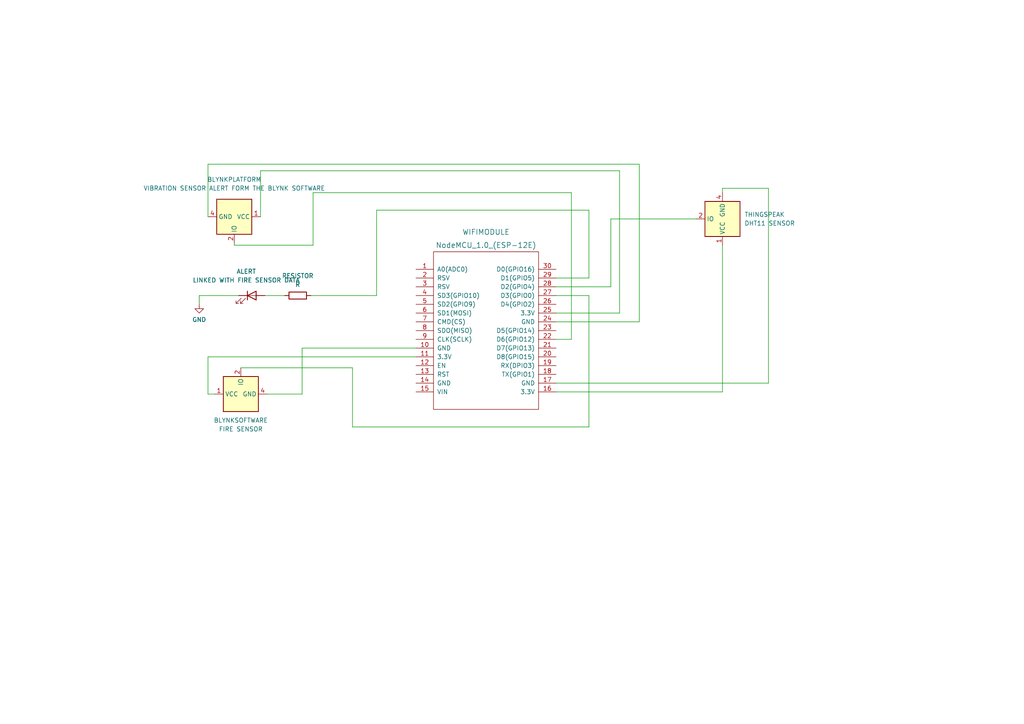
<source format=kicad_sch>
(kicad_sch (version 20211123) (generator eeschema)

  (uuid eb73cb87-798b-441c-bfe3-77317a67c475)

  (paper "A4")

  (lib_symbols
    (symbol "Device:LED" (pin_numbers hide) (pin_names (offset 1.016) hide) (in_bom yes) (on_board yes)
      (property "Reference" "D" (id 0) (at 0 2.54 0)
        (effects (font (size 1.27 1.27)))
      )
      (property "Value" "LED" (id 1) (at 0 -2.54 0)
        (effects (font (size 1.27 1.27)))
      )
      (property "Footprint" "" (id 2) (at 0 0 0)
        (effects (font (size 1.27 1.27)) hide)
      )
      (property "Datasheet" "~" (id 3) (at 0 0 0)
        (effects (font (size 1.27 1.27)) hide)
      )
      (property "ki_keywords" "LED diode" (id 4) (at 0 0 0)
        (effects (font (size 1.27 1.27)) hide)
      )
      (property "ki_description" "Light emitting diode" (id 5) (at 0 0 0)
        (effects (font (size 1.27 1.27)) hide)
      )
      (property "ki_fp_filters" "LED* LED_SMD:* LED_THT:*" (id 6) (at 0 0 0)
        (effects (font (size 1.27 1.27)) hide)
      )
      (symbol "LED_0_1"
        (polyline
          (pts
            (xy -1.27 -1.27)
            (xy -1.27 1.27)
          )
          (stroke (width 0.254) (type default) (color 0 0 0 0))
          (fill (type none))
        )
        (polyline
          (pts
            (xy -1.27 0)
            (xy 1.27 0)
          )
          (stroke (width 0) (type default) (color 0 0 0 0))
          (fill (type none))
        )
        (polyline
          (pts
            (xy 1.27 -1.27)
            (xy 1.27 1.27)
            (xy -1.27 0)
            (xy 1.27 -1.27)
          )
          (stroke (width 0.254) (type default) (color 0 0 0 0))
          (fill (type none))
        )
        (polyline
          (pts
            (xy -3.048 -0.762)
            (xy -4.572 -2.286)
            (xy -3.81 -2.286)
            (xy -4.572 -2.286)
            (xy -4.572 -1.524)
          )
          (stroke (width 0) (type default) (color 0 0 0 0))
          (fill (type none))
        )
        (polyline
          (pts
            (xy -1.778 -0.762)
            (xy -3.302 -2.286)
            (xy -2.54 -2.286)
            (xy -3.302 -2.286)
            (xy -3.302 -1.524)
          )
          (stroke (width 0) (type default) (color 0 0 0 0))
          (fill (type none))
        )
      )
      (symbol "LED_1_1"
        (pin passive line (at -3.81 0 0) (length 2.54)
          (name "K" (effects (font (size 1.27 1.27))))
          (number "1" (effects (font (size 1.27 1.27))))
        )
        (pin passive line (at 3.81 0 180) (length 2.54)
          (name "A" (effects (font (size 1.27 1.27))))
          (number "2" (effects (font (size 1.27 1.27))))
        )
      )
    )
    (symbol "Device:R" (pin_numbers hide) (pin_names (offset 0)) (in_bom yes) (on_board yes)
      (property "Reference" "R" (id 0) (at 2.032 0 90)
        (effects (font (size 1.27 1.27)))
      )
      (property "Value" "R" (id 1) (at 0 0 90)
        (effects (font (size 1.27 1.27)))
      )
      (property "Footprint" "" (id 2) (at -1.778 0 90)
        (effects (font (size 1.27 1.27)) hide)
      )
      (property "Datasheet" "~" (id 3) (at 0 0 0)
        (effects (font (size 1.27 1.27)) hide)
      )
      (property "ki_keywords" "R res resistor" (id 4) (at 0 0 0)
        (effects (font (size 1.27 1.27)) hide)
      )
      (property "ki_description" "Resistor" (id 5) (at 0 0 0)
        (effects (font (size 1.27 1.27)) hide)
      )
      (property "ki_fp_filters" "R_*" (id 6) (at 0 0 0)
        (effects (font (size 1.27 1.27)) hide)
      )
      (symbol "R_0_1"
        (rectangle (start -1.016 -2.54) (end 1.016 2.54)
          (stroke (width 0.254) (type default) (color 0 0 0 0))
          (fill (type none))
        )
      )
      (symbol "R_1_1"
        (pin passive line (at 0 3.81 270) (length 1.27)
          (name "~" (effects (font (size 1.27 1.27))))
          (number "1" (effects (font (size 1.27 1.27))))
        )
        (pin passive line (at 0 -3.81 90) (length 1.27)
          (name "~" (effects (font (size 1.27 1.27))))
          (number "2" (effects (font (size 1.27 1.27))))
        )
      )
    )
    (symbol "ESP8266:NodeMCU_1.0_(ESP-12E)" (pin_names (offset 1.016)) (in_bom yes) (on_board yes)
      (property "Reference" "U" (id 0) (at 0 21.59 0)
        (effects (font (size 1.524 1.524)))
      )
      (property "Value" "NodeMCU_1.0_(ESP-12E)" (id 1) (at 0 -21.59 0)
        (effects (font (size 1.524 1.524)))
      )
      (property "Footprint" "" (id 2) (at -15.24 -21.59 0)
        (effects (font (size 1.524 1.524)))
      )
      (property "Datasheet" "" (id 3) (at -15.24 -21.59 0)
        (effects (font (size 1.524 1.524)))
      )
      (symbol "NodeMCU_1.0_(ESP-12E)_0_1"
        (rectangle (start -15.24 -22.86) (end 15.24 22.86)
          (stroke (width 0) (type default) (color 0 0 0 0))
          (fill (type none))
        )
      )
      (symbol "NodeMCU_1.0_(ESP-12E)_1_1"
        (pin input line (at -20.32 17.78 0) (length 5.08)
          (name "A0(ADC0)" (effects (font (size 1.27 1.27))))
          (number "1" (effects (font (size 1.27 1.27))))
        )
        (pin input line (at -20.32 -5.08 0) (length 5.08)
          (name "GND" (effects (font (size 1.27 1.27))))
          (number "10" (effects (font (size 1.27 1.27))))
        )
        (pin power_out line (at -20.32 -7.62 0) (length 5.08)
          (name "3.3V" (effects (font (size 1.27 1.27))))
          (number "11" (effects (font (size 1.27 1.27))))
        )
        (pin input line (at -20.32 -10.16 0) (length 5.08)
          (name "EN" (effects (font (size 1.27 1.27))))
          (number "12" (effects (font (size 1.27 1.27))))
        )
        (pin input line (at -20.32 -12.7 0) (length 5.08)
          (name "RST" (effects (font (size 1.27 1.27))))
          (number "13" (effects (font (size 1.27 1.27))))
        )
        (pin power_in line (at -20.32 -15.24 0) (length 5.08)
          (name "GND" (effects (font (size 1.27 1.27))))
          (number "14" (effects (font (size 1.27 1.27))))
        )
        (pin power_in line (at -20.32 -17.78 0) (length 5.08)
          (name "VIN" (effects (font (size 1.27 1.27))))
          (number "15" (effects (font (size 1.27 1.27))))
        )
        (pin power_out line (at 20.32 -17.78 180) (length 5.08)
          (name "3.3V" (effects (font (size 1.27 1.27))))
          (number "16" (effects (font (size 1.27 1.27))))
        )
        (pin power_in line (at 20.32 -15.24 180) (length 5.08)
          (name "GND" (effects (font (size 1.27 1.27))))
          (number "17" (effects (font (size 1.27 1.27))))
        )
        (pin bidirectional line (at 20.32 -12.7 180) (length 5.08)
          (name "TX(GPIO1)" (effects (font (size 1.27 1.27))))
          (number "18" (effects (font (size 1.27 1.27))))
        )
        (pin bidirectional line (at 20.32 -10.16 180) (length 5.08)
          (name "RX(DPIO3)" (effects (font (size 1.27 1.27))))
          (number "19" (effects (font (size 1.27 1.27))))
        )
        (pin input line (at -20.32 15.24 0) (length 5.08)
          (name "RSV" (effects (font (size 1.27 1.27))))
          (number "2" (effects (font (size 1.27 1.27))))
        )
        (pin bidirectional line (at 20.32 -7.62 180) (length 5.08)
          (name "D8(GPIO15)" (effects (font (size 1.27 1.27))))
          (number "20" (effects (font (size 1.27 1.27))))
        )
        (pin bidirectional line (at 20.32 -5.08 180) (length 5.08)
          (name "D7(GPIO13)" (effects (font (size 1.27 1.27))))
          (number "21" (effects (font (size 1.27 1.27))))
        )
        (pin bidirectional line (at 20.32 -2.54 180) (length 5.08)
          (name "D6(GPIO12)" (effects (font (size 1.27 1.27))))
          (number "22" (effects (font (size 1.27 1.27))))
        )
        (pin bidirectional line (at 20.32 0 180) (length 5.08)
          (name "D5(GPIO14)" (effects (font (size 1.27 1.27))))
          (number "23" (effects (font (size 1.27 1.27))))
        )
        (pin power_in line (at 20.32 2.54 180) (length 5.08)
          (name "GND" (effects (font (size 1.27 1.27))))
          (number "24" (effects (font (size 1.27 1.27))))
        )
        (pin power_out line (at 20.32 5.08 180) (length 5.08)
          (name "3.3V" (effects (font (size 1.27 1.27))))
          (number "25" (effects (font (size 1.27 1.27))))
        )
        (pin bidirectional line (at 20.32 7.62 180) (length 5.08)
          (name "D4(GPIO2)" (effects (font (size 1.27 1.27))))
          (number "26" (effects (font (size 1.27 1.27))))
        )
        (pin bidirectional line (at 20.32 10.16 180) (length 5.08)
          (name "D3(GPIO0)" (effects (font (size 1.27 1.27))))
          (number "27" (effects (font (size 1.27 1.27))))
        )
        (pin bidirectional line (at 20.32 12.7 180) (length 5.08)
          (name "D2(GPIO4)" (effects (font (size 1.27 1.27))))
          (number "28" (effects (font (size 1.27 1.27))))
        )
        (pin bidirectional line (at 20.32 15.24 180) (length 5.08)
          (name "D1(GPIO5)" (effects (font (size 1.27 1.27))))
          (number "29" (effects (font (size 1.27 1.27))))
        )
        (pin input line (at -20.32 12.7 0) (length 5.08)
          (name "RSV" (effects (font (size 1.27 1.27))))
          (number "3" (effects (font (size 1.27 1.27))))
        )
        (pin bidirectional line (at 20.32 17.78 180) (length 5.08)
          (name "D0(GPIO16)" (effects (font (size 1.27 1.27))))
          (number "30" (effects (font (size 1.27 1.27))))
        )
        (pin bidirectional line (at -20.32 10.16 0) (length 5.08)
          (name "SD3(GPIO10)" (effects (font (size 1.27 1.27))))
          (number "4" (effects (font (size 1.27 1.27))))
        )
        (pin bidirectional line (at -20.32 7.62 0) (length 5.08)
          (name "SD2(GPIO9)" (effects (font (size 1.27 1.27))))
          (number "5" (effects (font (size 1.27 1.27))))
        )
        (pin bidirectional line (at -20.32 5.08 0) (length 5.08)
          (name "SD1(MOSI)" (effects (font (size 1.27 1.27))))
          (number "6" (effects (font (size 1.27 1.27))))
        )
        (pin bidirectional line (at -20.32 2.54 0) (length 5.08)
          (name "CMD(CS)" (effects (font (size 1.27 1.27))))
          (number "7" (effects (font (size 1.27 1.27))))
        )
        (pin bidirectional line (at -20.32 0 0) (length 5.08)
          (name "SDO(MISO)" (effects (font (size 1.27 1.27))))
          (number "8" (effects (font (size 1.27 1.27))))
        )
        (pin bidirectional line (at -20.32 -2.54 0) (length 5.08)
          (name "CLK(SCLK)" (effects (font (size 1.27 1.27))))
          (number "9" (effects (font (size 1.27 1.27))))
        )
      )
    )
    (symbol "Sensor:CHT11" (in_bom yes) (on_board yes)
      (property "Reference" "U" (id 0) (at -3.81 6.35 0)
        (effects (font (size 1.27 1.27)))
      )
      (property "Value" "CHT11" (id 1) (at 3.81 6.35 0)
        (effects (font (size 1.27 1.27)))
      )
      (property "Footprint" "Sensor:Aosong_DHT11_5.5x12.0_P2.54mm" (id 2) (at 0 -10.16 0)
        (effects (font (size 1.27 1.27)) hide)
      )
      (property "Datasheet" "http://aosong.com/en/products-21.html" (id 3) (at 3.81 6.35 0)
        (effects (font (size 1.27 1.27)) hide)
      )
      (property "ki_keywords" "Digital temperature humidity sensor" (id 4) (at 0 0 0)
        (effects (font (size 1.27 1.27)) hide)
      )
      (property "ki_description" "Temperature and humidity module" (id 5) (at 0 0 0)
        (effects (font (size 1.27 1.27)) hide)
      )
      (property "ki_fp_filters" "Aosong*DHT11*5.5x12.0*P2.54mm*" (id 6) (at 0 0 0)
        (effects (font (size 1.27 1.27)) hide)
      )
      (symbol "CHT11_0_1"
        (rectangle (start -5.08 5.08) (end 5.08 -5.08)
          (stroke (width 0.254) (type default) (color 0 0 0 0))
          (fill (type background))
        )
      )
      (symbol "CHT11_1_1"
        (pin power_in line (at 0 7.62 270) (length 2.54)
          (name "VCC" (effects (font (size 1.27 1.27))))
          (number "1" (effects (font (size 1.27 1.27))))
        )
        (pin bidirectional line (at 7.62 0 180) (length 2.54)
          (name "IO" (effects (font (size 1.27 1.27))))
          (number "2" (effects (font (size 1.27 1.27))))
        )
        (pin no_connect line (at -5.08 0 0) (length 2.54) hide
          (name "NC" (effects (font (size 1.27 1.27))))
          (number "3" (effects (font (size 1.27 1.27))))
        )
        (pin power_in line (at 0 -7.62 90) (length 2.54)
          (name "GND" (effects (font (size 1.27 1.27))))
          (number "4" (effects (font (size 1.27 1.27))))
        )
      )
    )
    (symbol "power:GND" (power) (pin_names (offset 0)) (in_bom yes) (on_board yes)
      (property "Reference" "#PWR" (id 0) (at 0 -6.35 0)
        (effects (font (size 1.27 1.27)) hide)
      )
      (property "Value" "GND" (id 1) (at 0 -3.81 0)
        (effects (font (size 1.27 1.27)))
      )
      (property "Footprint" "" (id 2) (at 0 0 0)
        (effects (font (size 1.27 1.27)) hide)
      )
      (property "Datasheet" "" (id 3) (at 0 0 0)
        (effects (font (size 1.27 1.27)) hide)
      )
      (property "ki_keywords" "power-flag" (id 4) (at 0 0 0)
        (effects (font (size 1.27 1.27)) hide)
      )
      (property "ki_description" "Power symbol creates a global label with name \"GND\" , ground" (id 5) (at 0 0 0)
        (effects (font (size 1.27 1.27)) hide)
      )
      (symbol "GND_0_1"
        (polyline
          (pts
            (xy 0 0)
            (xy 0 -1.27)
            (xy 1.27 -1.27)
            (xy 0 -2.54)
            (xy -1.27 -1.27)
            (xy 0 -1.27)
          )
          (stroke (width 0) (type default) (color 0 0 0 0))
          (fill (type none))
        )
      )
      (symbol "GND_1_1"
        (pin power_in line (at 0 0 270) (length 0) hide
          (name "GND" (effects (font (size 1.27 1.27))))
          (number "1" (effects (font (size 1.27 1.27))))
        )
      )
    )
  )


  (wire (pts (xy 177.165 83.185) (xy 177.165 63.5))
    (stroke (width 0) (type default) (color 0 0 0 0))
    (uuid 06787ba4-975a-4e8f-9c1c-5a21595515ef)
  )
  (wire (pts (xy 179.705 90.805) (xy 179.705 49.53))
    (stroke (width 0) (type default) (color 0 0 0 0))
    (uuid 08f3e78b-9a09-4d70-978d-d71021524f3a)
  )
  (wire (pts (xy 161.29 111.125) (xy 222.885 111.125))
    (stroke (width 0) (type default) (color 0 0 0 0))
    (uuid 0e156154-a035-4490-a580-dd51db685525)
  )
  (wire (pts (xy 67.945 71.12) (xy 90.805 71.12))
    (stroke (width 0) (type default) (color 0 0 0 0))
    (uuid 0e9dc04b-9d86-4327-9c03-28750a7e7662)
  )
  (wire (pts (xy 87.63 114.3) (xy 77.47 114.3))
    (stroke (width 0) (type default) (color 0 0 0 0))
    (uuid 101c0b7a-edf0-4f33-9e27-ecc0d0048041)
  )
  (wire (pts (xy 222.885 111.125) (xy 222.885 54.61))
    (stroke (width 0) (type default) (color 0 0 0 0))
    (uuid 19ffbc24-c7c5-4da2-b159-581386f7e901)
  )
  (wire (pts (xy 60.325 47.625) (xy 60.325 62.865))
    (stroke (width 0) (type default) (color 0 0 0 0))
    (uuid 2628c519-1a76-40a8-b4dd-545a7a589357)
  )
  (wire (pts (xy 69.215 85.725) (xy 57.785 85.725))
    (stroke (width 0) (type default) (color 0 0 0 0))
    (uuid 2af8c5cd-d05e-46e9-a18e-940ae75ff3f1)
  )
  (wire (pts (xy 222.885 54.61) (xy 209.55 54.61))
    (stroke (width 0) (type default) (color 0 0 0 0))
    (uuid 30441339-422e-4eb7-9fa0-b1815fd157d1)
  )
  (wire (pts (xy 102.235 106.68) (xy 102.235 123.825))
    (stroke (width 0) (type default) (color 0 0 0 0))
    (uuid 32f156c6-6663-48e5-8e3e-53f3b6e702b8)
  )
  (wire (pts (xy 120.65 100.965) (xy 87.63 100.965))
    (stroke (width 0) (type default) (color 0 0 0 0))
    (uuid 560e635b-1f38-49cd-b394-d39f05ac1ae7)
  )
  (wire (pts (xy 69.85 106.68) (xy 102.235 106.68))
    (stroke (width 0) (type default) (color 0 0 0 0))
    (uuid 5e1a9811-6832-4a25-b355-fd751a6cfe6b)
  )
  (wire (pts (xy 87.63 100.965) (xy 87.63 114.3))
    (stroke (width 0) (type default) (color 0 0 0 0))
    (uuid 61e3c69a-a615-428e-9c81-bd28c1efbb71)
  )
  (wire (pts (xy 161.29 93.345) (xy 185.42 93.345))
    (stroke (width 0) (type default) (color 0 0 0 0))
    (uuid 6204e2f3-2a70-4285-9de9-73c7d6a4a909)
  )
  (wire (pts (xy 102.235 123.825) (xy 170.815 123.825))
    (stroke (width 0) (type default) (color 0 0 0 0))
    (uuid 6a3c9b3a-80f3-45fa-aa2c-98843b122b5c)
  )
  (wire (pts (xy 209.55 54.61) (xy 209.55 55.88))
    (stroke (width 0) (type default) (color 0 0 0 0))
    (uuid 6a8ffe74-3bd5-4510-a758-35db07f50e98)
  )
  (wire (pts (xy 120.65 103.505) (xy 60.325 103.505))
    (stroke (width 0) (type default) (color 0 0 0 0))
    (uuid 6f39f1f5-e11a-4952-804d-44e65d1a46d9)
  )
  (wire (pts (xy 60.325 114.3) (xy 62.23 114.3))
    (stroke (width 0) (type default) (color 0 0 0 0))
    (uuid 7cc98724-b04d-4ea3-aca9-89de6c5a81ba)
  )
  (wire (pts (xy 179.705 49.53) (xy 75.565 49.53))
    (stroke (width 0) (type default) (color 0 0 0 0))
    (uuid 7ea5ca60-6456-4941-a10f-221c44350465)
  )
  (wire (pts (xy 75.565 49.53) (xy 75.565 62.865))
    (stroke (width 0) (type default) (color 0 0 0 0))
    (uuid 7f8f5c89-29a6-45fe-a5ba-be7460e35440)
  )
  (wire (pts (xy 170.815 80.645) (xy 161.29 80.645))
    (stroke (width 0) (type default) (color 0 0 0 0))
    (uuid 7fe4ec33-b585-4fa7-ab63-28a2d055af35)
  )
  (wire (pts (xy 109.22 60.96) (xy 170.815 60.96))
    (stroke (width 0) (type default) (color 0 0 0 0))
    (uuid 8971fae5-f6be-447b-9b90-dd7a0d8a6383)
  )
  (wire (pts (xy 209.55 113.665) (xy 209.55 71.12))
    (stroke (width 0) (type default) (color 0 0 0 0))
    (uuid 9711a8ce-999a-498a-82c7-c80cdb34ff50)
  )
  (wire (pts (xy 161.29 98.425) (xy 165.735 98.425))
    (stroke (width 0) (type default) (color 0 0 0 0))
    (uuid 9b6f5677-cd05-4955-8f6c-d89f3fafab9f)
  )
  (wire (pts (xy 161.29 83.185) (xy 177.165 83.185))
    (stroke (width 0) (type default) (color 0 0 0 0))
    (uuid 9f28dbd2-3468-41f3-900d-4f2d0e17f172)
  )
  (wire (pts (xy 185.42 47.625) (xy 60.325 47.625))
    (stroke (width 0) (type default) (color 0 0 0 0))
    (uuid a8439051-8505-4cab-9b9a-e64dec32192c)
  )
  (wire (pts (xy 165.735 55.88) (xy 90.805 55.88))
    (stroke (width 0) (type default) (color 0 0 0 0))
    (uuid b1ca66c2-c50a-463c-9dbc-9fb9d622090d)
  )
  (wire (pts (xy 177.165 63.5) (xy 201.93 63.5))
    (stroke (width 0) (type default) (color 0 0 0 0))
    (uuid b1e04f58-f713-4b62-8e75-e4b9d62688bf)
  )
  (wire (pts (xy 185.42 93.345) (xy 185.42 47.625))
    (stroke (width 0) (type default) (color 0 0 0 0))
    (uuid b80e4f04-d3b6-4c70-b59a-3790511012e8)
  )
  (wire (pts (xy 170.815 60.96) (xy 170.815 80.645))
    (stroke (width 0) (type default) (color 0 0 0 0))
    (uuid b95148e9-e975-4484-927d-3620539eae0f)
  )
  (wire (pts (xy 60.325 103.505) (xy 60.325 114.3))
    (stroke (width 0) (type default) (color 0 0 0 0))
    (uuid bbd9f35a-79a5-41ee-bc03-411051c4b798)
  )
  (wire (pts (xy 165.735 98.425) (xy 165.735 55.88))
    (stroke (width 0) (type default) (color 0 0 0 0))
    (uuid bd6a2d81-8837-4cec-b919-a7a39356ff49)
  )
  (wire (pts (xy 76.835 85.725) (xy 82.55 85.725))
    (stroke (width 0) (type default) (color 0 0 0 0))
    (uuid c5f06e7a-1a3b-41cd-a6c9-f88ac855fd18)
  )
  (wire (pts (xy 161.29 113.665) (xy 209.55 113.665))
    (stroke (width 0) (type default) (color 0 0 0 0))
    (uuid c84112e9-a09c-4d92-b4bd-ecc744b4a6e0)
  )
  (wire (pts (xy 161.29 90.805) (xy 179.705 90.805))
    (stroke (width 0) (type default) (color 0 0 0 0))
    (uuid ddccad58-b209-49a3-a947-958bff3193f0)
  )
  (wire (pts (xy 109.22 85.725) (xy 109.22 60.96))
    (stroke (width 0) (type default) (color 0 0 0 0))
    (uuid df1b4007-4124-43de-b86a-d8e214609592)
  )
  (wire (pts (xy 170.815 123.825) (xy 170.815 85.725))
    (stroke (width 0) (type default) (color 0 0 0 0))
    (uuid e40c6560-69c1-457d-946c-80b28ae1327e)
  )
  (wire (pts (xy 90.17 85.725) (xy 109.22 85.725))
    (stroke (width 0) (type default) (color 0 0 0 0))
    (uuid e41c1d79-6948-44d3-a482-79ceb1d8c0c9)
  )
  (wire (pts (xy 170.815 85.725) (xy 161.29 85.725))
    (stroke (width 0) (type default) (color 0 0 0 0))
    (uuid e7b51039-d790-4c0f-82fb-2d2705f310e7)
  )
  (wire (pts (xy 57.785 85.725) (xy 57.785 88.265))
    (stroke (width 0) (type default) (color 0 0 0 0))
    (uuid e85cc1d5-6791-4ce8-916f-275046568f52)
  )
  (wire (pts (xy 67.945 70.485) (xy 67.945 71.12))
    (stroke (width 0) (type default) (color 0 0 0 0))
    (uuid f9fb2a1a-1cbe-46d4-b29f-07405d00fe2c)
  )
  (wire (pts (xy 90.805 55.88) (xy 90.805 71.12))
    (stroke (width 0) (type default) (color 0 0 0 0))
    (uuid feac5277-3e33-464d-b1bb-f1dd119f0df8)
  )

  (symbol (lib_id "Sensor:CHT11") (at 209.55 63.5 180) (unit 1)
    (in_bom yes) (on_board yes) (fields_autoplaced)
    (uuid 14946427-7edb-4c67-b575-43b58e0e9b19)
    (property "Reference" "THINGSPEAK" (id 0) (at 215.9 62.2299 0)
      (effects (font (size 1.27 1.27)) (justify right))
    )
    (property "Value" "DHT11 SENSOR" (id 1) (at 215.9 64.7699 0)
      (effects (font (size 1.27 1.27)) (justify right))
    )
    (property "Footprint" "Sensor:Aosong_DHT11_5.5x12.0_P2.54mm" (id 2) (at 209.55 53.34 0)
      (effects (font (size 1.27 1.27)) hide)
    )
    (property "Datasheet" "http://aosong.com/en/products-21.html" (id 3) (at 205.74 69.85 0)
      (effects (font (size 1.27 1.27)) hide)
    )
    (pin "1" (uuid fb0ece2e-e31d-4e97-a601-42d64608465e))
    (pin "2" (uuid 76b4fc0b-08af-4ad9-8194-c4eb295cd09b))
    (pin "3" (uuid e51a54f7-2649-4cc7-9a1d-42ff3e715d91))
    (pin "4" (uuid 6cb05a22-9854-4c30-bc47-e3a7a92d64f1))
  )

  (symbol (lib_id "Sensor:CHT11") (at 67.945 62.865 270) (unit 1)
    (in_bom yes) (on_board yes) (fields_autoplaced)
    (uuid 48edfea9-2f41-4a75-88e7-ce00799f3dc6)
    (property "Reference" "BLYNKPLATFORM" (id 0) (at 67.945 52.07 90))
    (property "Value" "VIBRATION SENSOR ALERT FORM THE BLYNK SOFTWARE" (id 1) (at 67.945 54.61 90))
    (property "Footprint" "Sensor:Aosong_DHT11_5.5x12.0_P2.54mm" (id 2) (at 57.785 62.865 0)
      (effects (font (size 1.27 1.27)) hide)
    )
    (property "Datasheet" "http://aosong.com/en/products-21.html" (id 3) (at 74.295 66.675 0)
      (effects (font (size 1.27 1.27)) hide)
    )
    (pin "1" (uuid 1cb070b6-2763-430f-9801-a89f61780cf2))
    (pin "2" (uuid a4d6c03e-9f9f-4658-9b92-31f20f7641c1))
    (pin "3" (uuid 7ce0aa84-e96e-4b3e-84b5-3c324ac39139))
    (pin "4" (uuid 7dc2d853-2d57-41a9-af07-2f85c109f268))
  )

  (symbol (lib_id "Sensor:CHT11") (at 69.85 114.3 90) (unit 1)
    (in_bom yes) (on_board yes) (fields_autoplaced)
    (uuid 6dbf40a5-03ef-4590-a06f-dff435689802)
    (property "Reference" "BLYNKSOFTWARE" (id 0) (at 69.85 121.92 90))
    (property "Value" "FIRE SENSOR" (id 1) (at 69.85 124.46 90))
    (property "Footprint" "Sensor:Aosong_DHT11_5.5x12.0_P2.54mm" (id 2) (at 80.01 114.3 0)
      (effects (font (size 1.27 1.27)) hide)
    )
    (property "Datasheet" "http://aosong.com/en/products-21.html" (id 3) (at 63.5 110.49 0)
      (effects (font (size 1.27 1.27)) hide)
    )
    (pin "1" (uuid 6e79783f-999c-425e-b802-f331c73a94f9))
    (pin "2" (uuid f8eb50e4-0feb-4635-aed0-33b1c87cc6e6))
    (pin "3" (uuid 25683433-5a48-4570-9b02-0d43fa615df0))
    (pin "4" (uuid 83f807e1-da7a-466b-985a-c4cb7b316e7b))
  )

  (symbol (lib_id "power:GND") (at 57.785 88.265 0) (unit 1)
    (in_bom yes) (on_board yes) (fields_autoplaced)
    (uuid a176d659-60d9-4db7-ae6d-b95fbdca6970)
    (property "Reference" "#PWR?" (id 0) (at 57.785 94.615 0)
      (effects (font (size 1.27 1.27)) hide)
    )
    (property "Value" "GND" (id 1) (at 57.785 92.71 0))
    (property "Footprint" "" (id 2) (at 57.785 88.265 0)
      (effects (font (size 1.27 1.27)) hide)
    )
    (property "Datasheet" "" (id 3) (at 57.785 88.265 0)
      (effects (font (size 1.27 1.27)) hide)
    )
    (pin "1" (uuid 096632ee-03d1-4b11-b94c-9902230f4ac0))
  )

  (symbol (lib_id "ESP8266:NodeMCU_1.0_(ESP-12E)") (at 140.97 95.885 0) (unit 1)
    (in_bom yes) (on_board yes) (fields_autoplaced)
    (uuid a5a69312-4727-4a07-beeb-f8cb159f9d6c)
    (property "Reference" "WIFIMODULE" (id 0) (at 140.97 67.31 0)
      (effects (font (size 1.524 1.524)))
    )
    (property "Value" "NodeMCU_1.0_(ESP-12E)" (id 1) (at 140.97 71.12 0)
      (effects (font (size 1.524 1.524)))
    )
    (property "Footprint" "" (id 2) (at 125.73 117.475 0)
      (effects (font (size 1.524 1.524)))
    )
    (property "Datasheet" "" (id 3) (at 125.73 117.475 0)
      (effects (font (size 1.524 1.524)))
    )
    (pin "1" (uuid 0c2e73cf-b955-40b5-907a-794384e6c34e))
    (pin "10" (uuid cb66cbdc-3c44-4dcd-8263-9917d7962ef3))
    (pin "11" (uuid 4c060806-b36d-4704-aad8-a7363a3fc6f5))
    (pin "12" (uuid 879d360d-d873-4bee-ae90-a1f81036b19a))
    (pin "13" (uuid a6de35e9-ae6b-43f5-bdd6-01c55e115584))
    (pin "14" (uuid a1094532-9725-43fb-b7b2-bcaf47c58eee))
    (pin "15" (uuid 348a8a3b-82c4-41f9-95d6-0e004a30533e))
    (pin "16" (uuid 7dd570e4-3db1-4099-a888-f1d8f27b39d8))
    (pin "17" (uuid 39bb8aa5-d089-4115-9555-a3133143889c))
    (pin "18" (uuid 326118b5-3f6b-4319-9d0c-3de17c39bf78))
    (pin "19" (uuid 1ce0ced3-5f3d-47d8-87b5-e5adff142981))
    (pin "2" (uuid e248817a-7581-4e44-938c-14d0c94c8b81))
    (pin "20" (uuid 5332e6ae-8742-4d78-9179-fc7ad8248119))
    (pin "21" (uuid 9cdceef9-5e61-48e3-a1f0-855c05b88241))
    (pin "22" (uuid 0cc397ba-ad17-45db-b2f9-4f6e03051a9d))
    (pin "23" (uuid 9653acd1-11b4-4e11-8899-a9e7ac203d99))
    (pin "24" (uuid c440a891-8dc2-4ded-b8b0-05239c16b4f7))
    (pin "25" (uuid 74f665ff-89fb-47d8-bcc7-305e3101dd71))
    (pin "26" (uuid 2b6400bd-9c2b-4320-894f-862e8d844163))
    (pin "27" (uuid 01d4398c-f028-4f08-aaad-c0b4709af1ab))
    (pin "28" (uuid 8b2db745-96ed-4b91-b661-3dde75e3afec))
    (pin "29" (uuid 0fcbcd8e-b8c7-4bf0-86a8-25c0b2a5f561))
    (pin "3" (uuid 916f8751-a2c3-4924-95b7-e015e42c6fc5))
    (pin "30" (uuid 84dead2f-afd2-4d97-a708-c8dcc3766d3b))
    (pin "4" (uuid c7e67592-6a06-45b9-a74a-3387d63c5ca1))
    (pin "5" (uuid 31c8d780-d36f-4c11-bbda-5316b663d5f2))
    (pin "6" (uuid d9c32e4e-0b58-4e61-a40f-17755c4759bb))
    (pin "7" (uuid 7d249898-67ce-4442-b1a9-e7c30aee28aa))
    (pin "8" (uuid 54a8764b-cd81-4220-b36e-614368e12749))
    (pin "9" (uuid 6b36f70f-eafc-479e-b588-b967919977ff))
  )

  (symbol (lib_id "Device:R") (at 86.36 85.725 90) (unit 1)
    (in_bom yes) (on_board yes) (fields_autoplaced)
    (uuid c419fad0-b7ab-4fd9-90e9-70b0cc1b3238)
    (property "Reference" "RESISTOR" (id 0) (at 86.36 80.01 90))
    (property "Value" "R" (id 1) (at 86.36 82.55 90))
    (property "Footprint" "" (id 2) (at 86.36 87.503 90)
      (effects (font (size 1.27 1.27)) hide)
    )
    (property "Datasheet" "~" (id 3) (at 86.36 85.725 0)
      (effects (font (size 1.27 1.27)) hide)
    )
    (pin "1" (uuid 87e621db-dbf2-464c-96bd-956a564e51ef))
    (pin "2" (uuid 0bb24b2c-d082-46dc-9e48-0d048149d278))
  )

  (symbol (lib_id "Device:LED") (at 73.025 85.725 0) (unit 1)
    (in_bom yes) (on_board yes) (fields_autoplaced)
    (uuid dd4d6d2d-39f3-4d76-ab9f-0a9cf0258c47)
    (property "Reference" "ALERT" (id 0) (at 71.4375 78.74 0))
    (property "Value" "LINKED WITH FIRE SENSOR DATA " (id 1) (at 71.4375 81.28 0))
    (property "Footprint" "" (id 2) (at 73.025 85.725 0)
      (effects (font (size 1.27 1.27)) hide)
    )
    (property "Datasheet" "~" (id 3) (at 73.025 85.725 0)
      (effects (font (size 1.27 1.27)) hide)
    )
    (pin "1" (uuid 3e9fe7fd-afe6-48ba-aec5-3625b77f71bb))
    (pin "2" (uuid f27683e0-6661-4779-9425-54da2f5e6603))
  )

  (sheet_instances
    (path "/" (page "1"))
  )

  (symbol_instances
    (path "/a176d659-60d9-4db7-ae6d-b95fbdca6970"
      (reference "#PWR?") (unit 1) (value "GND") (footprint "")
    )
    (path "/dd4d6d2d-39f3-4d76-ab9f-0a9cf0258c47"
      (reference "ALERT") (unit 1) (value "LINKED WITH FIRE SENSOR DATA ") (footprint "")
    )
    (path "/48edfea9-2f41-4a75-88e7-ce00799f3dc6"
      (reference "BLYNKPLATFORM") (unit 1) (value "VIBRATION SENSOR ALERT FORM THE BLYNK SOFTWARE") (footprint "Sensor:Aosong_DHT11_5.5x12.0_P2.54mm")
    )
    (path "/6dbf40a5-03ef-4590-a06f-dff435689802"
      (reference "BLYNKSOFTWARE") (unit 1) (value "FIRE SENSOR") (footprint "Sensor:Aosong_DHT11_5.5x12.0_P2.54mm")
    )
    (path "/c419fad0-b7ab-4fd9-90e9-70b0cc1b3238"
      (reference "RESISTOR") (unit 1) (value "R") (footprint "")
    )
    (path "/14946427-7edb-4c67-b575-43b58e0e9b19"
      (reference "THINGSPEAK") (unit 1) (value "DHT11 SENSOR") (footprint "Sensor:Aosong_DHT11_5.5x12.0_P2.54mm")
    )
    (path "/a5a69312-4727-4a07-beeb-f8cb159f9d6c"
      (reference "WIFIMODULE") (unit 1) (value "NodeMCU_1.0_(ESP-12E)") (footprint "")
    )
  )
)

</source>
